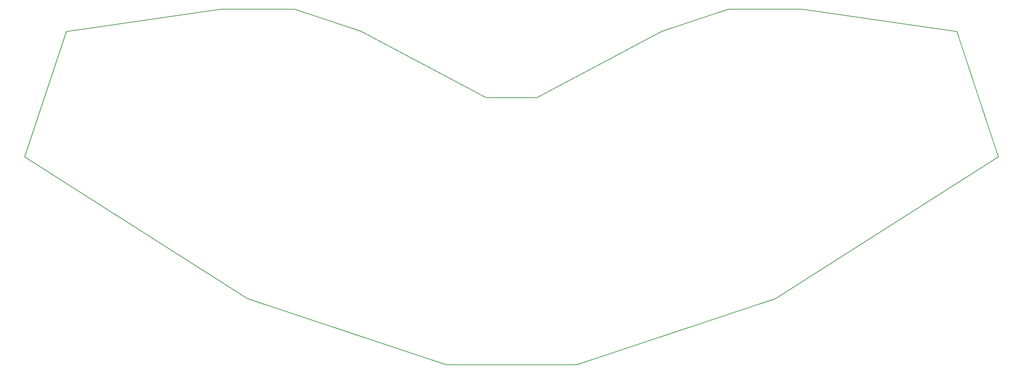
<source format=gbr>
G04 #@! TF.GenerationSoftware,KiCad,Pcbnew,5.1.6*
G04 #@! TF.CreationDate,2020-06-14T17:45:57-05:00*
G04 #@! TF.ProjectId,steno-v2,7374656e-6f2d-4763-922e-6b696361645f,rev?*
G04 #@! TF.SameCoordinates,Original*
G04 #@! TF.FileFunction,Profile,NP*
%FSLAX46Y46*%
G04 Gerber Fmt 4.6, Leading zero omitted, Abs format (unit mm)*
G04 Created by KiCad (PCBNEW 5.1.6) date 2020-06-14 17:45:57*
%MOMM*%
%LPD*%
G01*
G04 APERTURE LIST*
G04 #@! TA.AperFunction,Profile*
%ADD10C,0.150000*%
G04 #@! TD*
G04 APERTURE END LIST*
D10*
X97572163Y-39208979D02*
X114651931Y-44879088D01*
X78598502Y-39208978D02*
X97572163Y-39208979D01*
X38757285Y-44925382D02*
X78598502Y-39208978D01*
X28025141Y-77187141D02*
X38757285Y-44925382D01*
X85446866Y-113679895D02*
X28025141Y-77187141D01*
X136686170Y-130724948D02*
X85446866Y-113679895D01*
X146917575Y-61935710D02*
X114651931Y-44879088D01*
X159955310Y-61934521D02*
X146917575Y-61935710D01*
X192220955Y-44877898D02*
X159955310Y-61934521D01*
X209300724Y-39207789D02*
X192220955Y-44877898D01*
X228274384Y-39207790D02*
X209300724Y-39207789D01*
X268115603Y-44924191D02*
X228274384Y-39207790D01*
X278847669Y-77185977D02*
X268115603Y-44924191D01*
X221430063Y-113675269D02*
X278847669Y-77185977D01*
X170190759Y-130720316D02*
X221430063Y-113675269D01*
X136686170Y-130724948D02*
X170190759Y-130720316D01*
M02*

</source>
